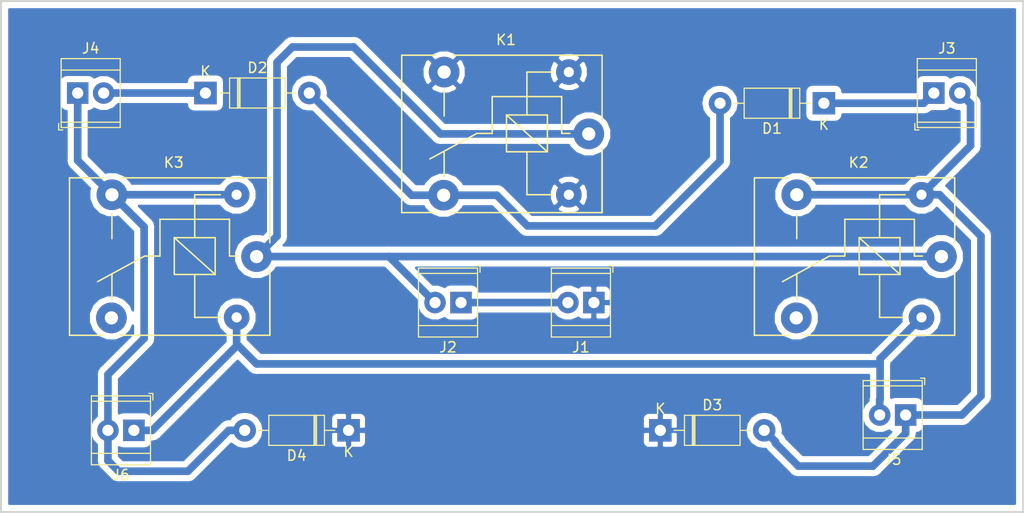
<source format=kicad_pcb>
(kicad_pcb (version 20171130) (host pcbnew 5.0.1+dfsg1-3~bpo9+1)
  (layers (0 F.Cu jumper hide) (31 B.Cu signal) (35 F.Paste user hide) (37 F.SilkS user hide) (39 F.Mask user hide) (44 Edge.Cuts user))
  (net 0 "")
  (net 1 /BUTTON1_1)
  (net 2 "Net-(D1-Pad2)")
  (net 3 /BUTTON2_1)
  (net 4 /BUTTON1_2)
  (net 5 GND)
  (net 6 /BUTTON2_2)
  (net 7 +5V)
  (net 8 /Vcc2)
  (net 9 "Net-(J5-Pad2)")
  (net 10 "Net-(K2-Pad4)")
  (net 11 "Net-(K3-Pad4)")
  (module TerminalBlock_TE-Connectivity:TerminalBlock_TE_282834-2_1x02_P2.54mm_Horizontal (layer F.Cu) (at 78 104 180)
    (fp_text reference J6 (at 1.27 -4.37 180) (layer F.SilkS))
    (fp_text value LIGHT2)
    (fp_line (start -1.86 3.61) (end -1.46 3.61) (layer F.SilkS) (width 0.12))
    (fp_line (start -1.86 2.97) (end -1.86 3.61) (layer F.SilkS) (width 0.12))
    (fp_line (start 4.16 -3.37) (end 4.16 3.37) (layer F.SilkS) (width 0.12))
    (fp_line (start -1.62 -3.37) (end -1.62 3.37) (layer F.SilkS) (width 0.12))
    (fp_line (start -1.62 3.37) (end 4.16 3.37) (layer F.SilkS) (width 0.12))
    (fp_line (start -1.62 -3.37) (end 4.16 -3.37) (layer F.SilkS) (width 0.12))
    (fp_line (start -1.62 -2.25) (end 4.16 -2.25) (layer F.SilkS) (width 0.12))
    (fp_line (start -1.62 2.85) (end 4.16 2.85) (layer F.SilkS) (width 0.12))
    (pad 2 thru_hole circle (at 2.54 0 180) (size 2.1 2.1) (drill 1.1) (layers *.Cu *.Mask) (net 6 /BUTTON2_2))
    (pad 1 thru_hole rect (at 0 0 180) (size 2.1 2.1) (drill 1.1) (layers *.Cu *.Mask) (net 9 "Net-(J5-Pad2)"))
  )
  (module TerminalBlock_TE-Connectivity:TerminalBlock_TE_282834-2_1x02_P2.54mm_Horizontal (layer F.Cu) (at 153.5 102.5 180)
    (fp_text reference J5 (at 1.27 -4.37 180) (layer F.SilkS))
    (fp_text value LIGHT1)
    (fp_line (start -1.86 3.61) (end -1.46 3.61) (layer F.SilkS) (width 0.12))
    (fp_line (start -1.86 2.97) (end -1.86 3.61) (layer F.SilkS) (width 0.12))
    (fp_line (start 4.16 -3.37) (end 4.16 3.37) (layer F.SilkS) (width 0.12))
    (fp_line (start -1.62 -3.37) (end -1.62 3.37) (layer F.SilkS) (width 0.12))
    (fp_line (start -1.62 3.37) (end 4.16 3.37) (layer F.SilkS) (width 0.12))
    (fp_line (start -1.62 -3.37) (end 4.16 -3.37) (layer F.SilkS) (width 0.12))
    (fp_line (start -1.62 -2.25) (end 4.16 -2.25) (layer F.SilkS) (width 0.12))
    (fp_line (start -1.62 2.85) (end 4.16 2.85) (layer F.SilkS) (width 0.12))
    (pad 2 thru_hole circle (at 2.54 0 180) (size 2.1 2.1) (drill 1.1) (layers *.Cu *.Mask) (net 9 "Net-(J5-Pad2)"))
    (pad 1 thru_hole rect (at 0 0 180) (size 2.1 2.1) (drill 1.1) (layers *.Cu *.Mask) (net 4 /BUTTON1_2))
  )
  (module TerminalBlock_TE-Connectivity:TerminalBlock_TE_282834-2_1x02_P2.54mm_Horizontal (layer F.Cu) (at 72.5 71.003)
    (fp_text reference J4 (at 1.27 -4.37) (layer F.SilkS))
    (fp_text value BUTTON2)
    (fp_line (start -1.86 3.61) (end -1.46 3.61) (layer F.SilkS) (width 0.12))
    (fp_line (start -1.86 2.97) (end -1.86 3.61) (layer F.SilkS) (width 0.12))
    (fp_line (start 4.16 -3.37) (end 4.16 3.37) (layer F.SilkS) (width 0.12))
    (fp_line (start -1.62 -3.37) (end -1.62 3.37) (layer F.SilkS) (width 0.12))
    (fp_line (start -1.62 3.37) (end 4.16 3.37) (layer F.SilkS) (width 0.12))
    (fp_line (start -1.62 -3.37) (end 4.16 -3.37) (layer F.SilkS) (width 0.12))
    (fp_line (start -1.62 -2.25) (end 4.16 -2.25) (layer F.SilkS) (width 0.12))
    (fp_line (start -1.62 2.85) (end 4.16 2.85) (layer F.SilkS) (width 0.12))
    (pad 2 thru_hole circle (at 2.54 0) (size 2.1 2.1) (drill 1.1) (layers *.Cu *.Mask) (net 3 /BUTTON2_1))
    (pad 1 thru_hole rect (at 0 0) (size 2.1 2.1) (drill 1.1) (layers *.Cu *.Mask) (net 6 /BUTTON2_2))
  )
  (module TerminalBlock_TE-Connectivity:TerminalBlock_TE_282834-2_1x02_P2.54mm_Horizontal (layer F.Cu) (at 156.2586 71.003)
    (fp_text reference J3 (at 1.27 -4.37) (layer F.SilkS))
    (fp_text value BUTTON1)
    (fp_line (start -1.86 3.61) (end -1.46 3.61) (layer F.SilkS) (width 0.12))
    (fp_line (start -1.86 2.97) (end -1.86 3.61) (layer F.SilkS) (width 0.12))
    (fp_line (start 4.16 -3.37) (end 4.16 3.37) (layer F.SilkS) (width 0.12))
    (fp_line (start -1.62 -3.37) (end -1.62 3.37) (layer F.SilkS) (width 0.12))
    (fp_line (start -1.62 3.37) (end 4.16 3.37) (layer F.SilkS) (width 0.12))
    (fp_line (start -1.62 -3.37) (end 4.16 -3.37) (layer F.SilkS) (width 0.12))
    (fp_line (start -1.62 -2.25) (end 4.16 -2.25) (layer F.SilkS) (width 0.12))
    (fp_line (start -1.62 2.85) (end 4.16 2.85) (layer F.SilkS) (width 0.12))
    (pad 2 thru_hole circle (at 2.54 0) (size 2.1 2.1) (drill 1.1) (layers *.Cu *.Mask) (net 4 /BUTTON1_2))
    (pad 1 thru_hole rect (at 0 0) (size 2.1 2.1) (drill 1.1) (layers *.Cu *.Mask) (net 1 /BUTTON1_1))
  )
  (module TerminalBlock_TE-Connectivity:TerminalBlock_TE_282834-2_1x02_P2.54mm_Horizontal (layer F.Cu) (at 110 91.5 180)
    (fp_text reference J2 (at 1.27 -4.37 180) (layer F.SilkS))
    (fp_text value RST)
    (fp_line (start -1.86 3.61) (end -1.46 3.61) (layer F.SilkS) (width 0.12))
    (fp_line (start -1.86 2.97) (end -1.86 3.61) (layer F.SilkS) (width 0.12))
    (fp_line (start 4.16 -3.37) (end 4.16 3.37) (layer F.SilkS) (width 0.12))
    (fp_line (start -1.62 -3.37) (end -1.62 3.37) (layer F.SilkS) (width 0.12))
    (fp_line (start -1.62 3.37) (end 4.16 3.37) (layer F.SilkS) (width 0.12))
    (fp_line (start -1.62 -3.37) (end 4.16 -3.37) (layer F.SilkS) (width 0.12))
    (fp_line (start -1.62 -2.25) (end 4.16 -2.25) (layer F.SilkS) (width 0.12))
    (fp_line (start -1.62 2.85) (end 4.16 2.85) (layer F.SilkS) (width 0.12))
    (pad 2 thru_hole circle (at 2.54 0 180) (size 2.1 2.1) (drill 1.1) (layers *.Cu *.Mask) (net 8 /Vcc2))
    (pad 1 thru_hole rect (at 0 0 180) (size 2.1 2.1) (drill 1.1) (layers *.Cu *.Mask) (net 7 +5V))
  )
  (module TerminalBlock_TE-Connectivity:TerminalBlock_TE_282834-2_1x02_P2.54mm_Horizontal (layer F.Cu) (at 123 91.5 180)
    (fp_text reference J1 (at 1.27 -4.37 180) (layer F.SilkS))
    (fp_text value VCC)
    (fp_line (start -1.86 3.61) (end -1.46 3.61) (layer F.SilkS) (width 0.12))
    (fp_line (start -1.86 2.97) (end -1.86 3.61) (layer F.SilkS) (width 0.12))
    (fp_line (start 4.16 -3.37) (end 4.16 3.37) (layer F.SilkS) (width 0.12))
    (fp_line (start -1.62 -3.37) (end -1.62 3.37) (layer F.SilkS) (width 0.12))
    (fp_line (start -1.62 3.37) (end 4.16 3.37) (layer F.SilkS) (width 0.12))
    (fp_line (start -1.62 -3.37) (end 4.16 -3.37) (layer F.SilkS) (width 0.12))
    (fp_line (start -1.62 -2.25) (end 4.16 -2.25) (layer F.SilkS) (width 0.12))
    (fp_line (start -1.62 2.85) (end 4.16 2.85) (layer F.SilkS) (width 0.12))
    (pad 2 thru_hole circle (at 2.54 0 180) (size 2.1 2.1) (drill 1.1) (layers *.Cu *.Mask) (net 7 +5V))
    (pad 1 thru_hole rect (at 0 0 180) (size 2.1 2.1) (drill 1.1) (layers *.Cu *.Mask) (net 5 GND))
  )
  (module Diode_THT:D_DO-41_SOD81_P10.16mm_Horizontal (layer F.Cu) (at 145.5 72 180)
    (fp_text reference D1 (at 5.08 -2.47 180) (layer F.SilkS))
    (fp_text value D_PSH_PLY1)
    (fp_text user K (at 0 -2.1 180) (layer F.SilkS))
    (fp_line (start 3.14 -1.47) (end 3.14 1.47) (layer F.SilkS) (width 0.12))
    (fp_line (start 3.38 -1.47) (end 3.38 1.47) (layer F.SilkS) (width 0.12))
    (fp_line (start 3.26 -1.47) (end 3.26 1.47) (layer F.SilkS) (width 0.12))
    (fp_line (start 8.82 0) (end 7.8 0) (layer F.SilkS) (width 0.12))
    (fp_line (start 1.34 0) (end 2.36 0) (layer F.SilkS) (width 0.12))
    (fp_line (start 7.8 -1.47) (end 2.36 -1.47) (layer F.SilkS) (width 0.12))
    (fp_line (start 7.8 1.47) (end 7.8 -1.47) (layer F.SilkS) (width 0.12))
    (fp_line (start 2.36 1.47) (end 7.8 1.47) (layer F.SilkS) (width 0.12))
    (fp_line (start 2.36 -1.47) (end 2.36 1.47) (layer F.SilkS) (width 0.12))
    (pad 2 thru_hole oval (at 10.16 0 180) (size 2.2 2.2) (drill 1.1) (layers *.Cu *.Mask) (net 2 "Net-(D1-Pad2)"))
    (pad 1 thru_hole rect (at 0 0 180) (size 2.2 2.2) (drill 1.1) (layers *.Cu *.Mask) (net 1 /BUTTON1_1))
  )
  (module Diode_THT:D_DO-41_SOD81_P10.16mm_Horizontal (layer F.Cu) (at 85 71)
    (fp_text reference D2 (at 5.08 -2.47) (layer F.SilkS))
    (fp_text value D_PSH_PLY2)
    (fp_text user K (at 0 -2.1) (layer F.SilkS))
    (fp_line (start 3.14 -1.47) (end 3.14 1.47) (layer F.SilkS) (width 0.12))
    (fp_line (start 3.38 -1.47) (end 3.38 1.47) (layer F.SilkS) (width 0.12))
    (fp_line (start 3.26 -1.47) (end 3.26 1.47) (layer F.SilkS) (width 0.12))
    (fp_line (start 8.82 0) (end 7.8 0) (layer F.SilkS) (width 0.12))
    (fp_line (start 1.34 0) (end 2.36 0) (layer F.SilkS) (width 0.12))
    (fp_line (start 7.8 -1.47) (end 2.36 -1.47) (layer F.SilkS) (width 0.12))
    (fp_line (start 7.8 1.47) (end 7.8 -1.47) (layer F.SilkS) (width 0.12))
    (fp_line (start 2.36 1.47) (end 7.8 1.47) (layer F.SilkS) (width 0.12))
    (fp_line (start 2.36 -1.47) (end 2.36 1.47) (layer F.SilkS) (width 0.12))
    (pad 2 thru_hole oval (at 10.16 0) (size 2.2 2.2) (drill 1.1) (layers *.Cu *.Mask) (net 2 "Net-(D1-Pad2)"))
    (pad 1 thru_hole rect (at 0 0) (size 2.2 2.2) (drill 1.1) (layers *.Cu *.Mask) (net 3 /BUTTON2_1))
  )
  (module Diode_THT:D_DO-41_SOD81_P10.16mm_Horizontal (layer F.Cu) (at 129.5 104)
    (fp_text reference D3 (at 5.08 -2.47) (layer F.SilkS))
    (fp_text value D_LED_PLY1)
    (fp_text user K (at 0 -2.1) (layer F.SilkS))
    (fp_line (start 3.14 -1.47) (end 3.14 1.47) (layer F.SilkS) (width 0.12))
    (fp_line (start 3.38 -1.47) (end 3.38 1.47) (layer F.SilkS) (width 0.12))
    (fp_line (start 3.26 -1.47) (end 3.26 1.47) (layer F.SilkS) (width 0.12))
    (fp_line (start 8.82 0) (end 7.8 0) (layer F.SilkS) (width 0.12))
    (fp_line (start 1.34 0) (end 2.36 0) (layer F.SilkS) (width 0.12))
    (fp_line (start 7.8 -1.47) (end 2.36 -1.47) (layer F.SilkS) (width 0.12))
    (fp_line (start 7.8 1.47) (end 7.8 -1.47) (layer F.SilkS) (width 0.12))
    (fp_line (start 2.36 1.47) (end 7.8 1.47) (layer F.SilkS) (width 0.12))
    (fp_line (start 2.36 -1.47) (end 2.36 1.47) (layer F.SilkS) (width 0.12))
    (pad 2 thru_hole oval (at 10.16 0) (size 2.2 2.2) (drill 1.1) (layers *.Cu *.Mask) (net 4 /BUTTON1_2))
    (pad 1 thru_hole rect (at 0 0) (size 2.2 2.2) (drill 1.1) (layers *.Cu *.Mask) (net 5 GND))
  )
  (module Diode_THT:D_DO-41_SOD81_P10.16mm_Horizontal (layer F.Cu) (at 99 104 180)
    (fp_text reference D4 (at 5.08 -2.47 180) (layer F.SilkS))
    (fp_text value D_LED_PLY2)
    (fp_text user K (at 0 -2.1 180) (layer F.SilkS))
    (fp_line (start 3.14 -1.47) (end 3.14 1.47) (layer F.SilkS) (width 0.12))
    (fp_line (start 3.38 -1.47) (end 3.38 1.47) (layer F.SilkS) (width 0.12))
    (fp_line (start 3.26 -1.47) (end 3.26 1.47) (layer F.SilkS) (width 0.12))
    (fp_line (start 8.82 0) (end 7.8 0) (layer F.SilkS) (width 0.12))
    (fp_line (start 1.34 0) (end 2.36 0) (layer F.SilkS) (width 0.12))
    (fp_line (start 7.8 -1.47) (end 2.36 -1.47) (layer F.SilkS) (width 0.12))
    (fp_line (start 7.8 1.47) (end 7.8 -1.47) (layer F.SilkS) (width 0.12))
    (fp_line (start 2.36 1.47) (end 7.8 1.47) (layer F.SilkS) (width 0.12))
    (fp_line (start 2.36 -1.47) (end 2.36 1.47) (layer F.SilkS) (width 0.12))
    (pad 2 thru_hole oval (at 10.16 0 180) (size 2.2 2.2) (drill 1.1) (layers *.Cu *.Mask) (net 6 /BUTTON2_2))
    (pad 1 thru_hole rect (at 0 0 180) (size 2.2 2.2) (drill 1.1) (layers *.Cu *.Mask) (net 5 GND))
  )
  (module edseen_relay:Relay_SUNHOLD_RAS_Series_Form_C (layer F.Cu) (at 122.5 75 180)
    (fp_text reference K1 (at 8.1 9.2 180) (layer F.SilkS))
    (fp_text value MAIN)
    (fp_line (start 8.05 1.85) (end 4.05 1.85) (layer F.SilkS) (width 0.15))
    (fp_line (start 8.05 -1.75) (end 8.05 1.85) (layer F.SilkS) (width 0.15))
    (fp_line (start 4.05 -1.75) (end 8.05 -1.75) (layer F.SilkS) (width 0.15))
    (fp_line (start 4.05 1.85) (end 4.05 -1.75) (layer F.SilkS) (width 0.15))
    (fp_line (start 8.05 1.85) (end 4.05 -1.75) (layer F.SilkS) (width 0.15))
    (fp_line (start 6.05 1.85) (end 6.05 6.05) (layer F.SilkS) (width 0.15))
    (fp_line (start 6.05 -5.95) (end 6.05 -1.75) (layer F.SilkS) (width 0.15))
    (fp_line (start 2.65 0.05) (end 2.65 3.65) (layer F.SilkS) (width 0.15))
    (fp_line (start 9.45 0.05) (end 9.45 3.65) (layer F.SilkS) (width 0.15))
    (fp_line (start 9.45 3.65) (end 2.65 3.65) (layer F.SilkS) (width 0.15))
    (fp_line (start 10.95 0.05) (end 15.55 -2.45) (layer F.SilkS) (width 0.15))
    (fp_line (start 9.45 0.05) (end 10.95 0.05) (layer F.SilkS) (width 0.15))
    (fp_line (start 6.05 -5.95) (end 3.55 -5.95) (layer F.SilkS) (width 0.15))
    (fp_line (start 2.65 0.05) (end 1.85 0.05) (layer F.SilkS) (width 0.15))
    (fp_line (start 3.55 6.05) (end 6.05 6.05) (layer F.SilkS) (width 0.15))
    (fp_line (start 14.15 -4.2) (end 14.15 -1.7) (layer F.SilkS) (width 0.15))
    (fp_line (start 14.15 4.2) (end 14.15 1.75) (layer F.SilkS) (width 0.15))
    (fp_line (start -1.3 -7.65) (end -1.3 -1.4) (layer F.SilkS) (width 0.15))
    (fp_line (start -1.3 -7.7) (end 13.45 -7.7) (layer F.SilkS) (width 0.15))
    (fp_line (start -1.3 -1.4) (end -1.3 -7.7) (layer F.SilkS) (width 0.15))
    (fp_line (start -1.3 7.7) (end 13.25 7.7) (layer F.SilkS) (width 0.15))
    (fp_line (start -1.3 1.35) (end -1.3 7.7) (layer F.SilkS) (width 0.15))
    (fp_line (start 18.3 -7.7) (end 14.95 -7.7) (layer F.SilkS) (width 0.15))
    (fp_line (start 18.3 7.7) (end 18.3 -7.7) (layer F.SilkS) (width 0.15))
    (fp_line (start 15 7.7) (end 18.3 7.7) (layer F.SilkS) (width 0.15))
    (pad 3 thru_hole circle (at 0 0 270) (size 3 3) (drill 1.3) (layers *.Cu *.Mask) (net 8 /Vcc2))
    (pad 2 thru_hole circle (at 1.95 -5.95 270) (size 2.5 2.5) (drill 1) (layers *.Cu *.Mask) (net 5 GND))
    (pad 4 thru_hole circle (at 14.2 -6 270) (size 3 3) (drill 1.3) (layers *.Cu *.Mask) (net 2 "Net-(D1-Pad2)"))
    (pad 5 thru_hole circle (at 14.15 6.05 270) (size 3 3) (drill 1.3) (layers *.Cu *.Mask) (net 5 GND))
    (pad 1 thru_hole circle (at 1.95 6.05 270) (size 2.5 2.5) (drill 1) (layers *.Cu *.Mask) (net 5 GND))
  )
  (module edseen_relay:Relay_SUNHOLD_RAS_Series_Form_C (layer F.Cu) (at 157 87 180)
    (fp_text reference K2 (at 8.1 9.2 180) (layer F.SilkS))
    (fp_text value PLY1)
    (fp_line (start 8.05 1.85) (end 4.05 1.85) (layer F.SilkS) (width 0.15))
    (fp_line (start 8.05 -1.75) (end 8.05 1.85) (layer F.SilkS) (width 0.15))
    (fp_line (start 4.05 -1.75) (end 8.05 -1.75) (layer F.SilkS) (width 0.15))
    (fp_line (start 4.05 1.85) (end 4.05 -1.75) (layer F.SilkS) (width 0.15))
    (fp_line (start 8.05 1.85) (end 4.05 -1.75) (layer F.SilkS) (width 0.15))
    (fp_line (start 6.05 1.85) (end 6.05 6.05) (layer F.SilkS) (width 0.15))
    (fp_line (start 6.05 -5.95) (end 6.05 -1.75) (layer F.SilkS) (width 0.15))
    (fp_line (start 2.65 0.05) (end 2.65 3.65) (layer F.SilkS) (width 0.15))
    (fp_line (start 9.45 0.05) (end 9.45 3.65) (layer F.SilkS) (width 0.15))
    (fp_line (start 9.45 3.65) (end 2.65 3.65) (layer F.SilkS) (width 0.15))
    (fp_line (start 10.95 0.05) (end 15.55 -2.45) (layer F.SilkS) (width 0.15))
    (fp_line (start 9.45 0.05) (end 10.95 0.05) (layer F.SilkS) (width 0.15))
    (fp_line (start 6.05 -5.95) (end 3.55 -5.95) (layer F.SilkS) (width 0.15))
    (fp_line (start 2.65 0.05) (end 1.85 0.05) (layer F.SilkS) (width 0.15))
    (fp_line (start 3.55 6.05) (end 6.05 6.05) (layer F.SilkS) (width 0.15))
    (fp_line (start 14.15 -4.2) (end 14.15 -1.7) (layer F.SilkS) (width 0.15))
    (fp_line (start 14.15 4.2) (end 14.15 1.75) (layer F.SilkS) (width 0.15))
    (fp_line (start -1.3 -7.65) (end -1.3 -1.4) (layer F.SilkS) (width 0.15))
    (fp_line (start -1.3 -7.7) (end 13.45 -7.7) (layer F.SilkS) (width 0.15))
    (fp_line (start -1.3 -1.4) (end -1.3 -7.7) (layer F.SilkS) (width 0.15))
    (fp_line (start -1.3 7.7) (end 13.25 7.7) (layer F.SilkS) (width 0.15))
    (fp_line (start -1.3 1.35) (end -1.3 7.7) (layer F.SilkS) (width 0.15))
    (fp_line (start 18.3 -7.7) (end 14.95 -7.7) (layer F.SilkS) (width 0.15))
    (fp_line (start 18.3 7.7) (end 18.3 -7.7) (layer F.SilkS) (width 0.15))
    (fp_line (start 15 7.7) (end 18.3 7.7) (layer F.SilkS) (width 0.15))
    (pad 3 thru_hole circle (at 0 0 270) (size 3 3) (drill 1.3) (layers *.Cu *.Mask) (net 8 /Vcc2))
    (pad 2 thru_hole circle (at 1.95 -5.95 270) (size 2.5 2.5) (drill 1) (layers *.Cu *.Mask) (net 9 "Net-(J5-Pad2)"))
    (pad 4 thru_hole circle (at 14.2 -6 270) (size 3 3) (drill 1.3) (layers *.Cu *.Mask) (net 10 "Net-(K2-Pad4)"))
    (pad 5 thru_hole circle (at 14.15 6.05 270) (size 3 3) (drill 1.3) (layers *.Cu *.Mask) (net 4 /BUTTON1_2))
    (pad 1 thru_hole circle (at 1.95 6.05 270) (size 2.5 2.5) (drill 1) (layers *.Cu *.Mask) (net 4 /BUTTON1_2))
  )
  (module edseen_relay:Relay_SUNHOLD_RAS_Series_Form_C (layer F.Cu) (at 90 87 180)
    (fp_text reference K3 (at 8.1 9.2 180) (layer F.SilkS))
    (fp_text value PLY2)
    (fp_line (start 8.05 1.85) (end 4.05 1.85) (layer F.SilkS) (width 0.15))
    (fp_line (start 8.05 -1.75) (end 8.05 1.85) (layer F.SilkS) (width 0.15))
    (fp_line (start 4.05 -1.75) (end 8.05 -1.75) (layer F.SilkS) (width 0.15))
    (fp_line (start 4.05 1.85) (end 4.05 -1.75) (layer F.SilkS) (width 0.15))
    (fp_line (start 8.05 1.85) (end 4.05 -1.75) (layer F.SilkS) (width 0.15))
    (fp_line (start 6.05 1.85) (end 6.05 6.05) (layer F.SilkS) (width 0.15))
    (fp_line (start 6.05 -5.95) (end 6.05 -1.75) (layer F.SilkS) (width 0.15))
    (fp_line (start 2.65 0.05) (end 2.65 3.65) (layer F.SilkS) (width 0.15))
    (fp_line (start 9.45 0.05) (end 9.45 3.65) (layer F.SilkS) (width 0.15))
    (fp_line (start 9.45 3.65) (end 2.65 3.65) (layer F.SilkS) (width 0.15))
    (fp_line (start 10.95 0.05) (end 15.55 -2.45) (layer F.SilkS) (width 0.15))
    (fp_line (start 9.45 0.05) (end 10.95 0.05) (layer F.SilkS) (width 0.15))
    (fp_line (start 6.05 -5.95) (end 3.55 -5.95) (layer F.SilkS) (width 0.15))
    (fp_line (start 2.65 0.05) (end 1.85 0.05) (layer F.SilkS) (width 0.15))
    (fp_line (start 3.55 6.05) (end 6.05 6.05) (layer F.SilkS) (width 0.15))
    (fp_line (start 14.15 -4.2) (end 14.15 -1.7) (layer F.SilkS) (width 0.15))
    (fp_line (start 14.15 4.2) (end 14.15 1.75) (layer F.SilkS) (width 0.15))
    (fp_line (start -1.3 -7.65) (end -1.3 -1.4) (layer F.SilkS) (width 0.15))
    (fp_line (start -1.3 -7.7) (end 13.45 -7.7) (layer F.SilkS) (width 0.15))
    (fp_line (start -1.3 -1.4) (end -1.3 -7.7) (layer F.SilkS) (width 0.15))
    (fp_line (start -1.3 7.7) (end 13.25 7.7) (layer F.SilkS) (width 0.15))
    (fp_line (start -1.3 1.35) (end -1.3 7.7) (layer F.SilkS) (width 0.15))
    (fp_line (start 18.3 -7.7) (end 14.95 -7.7) (layer F.SilkS) (width 0.15))
    (fp_line (start 18.3 7.7) (end 18.3 -7.7) (layer F.SilkS) (width 0.15))
    (fp_line (start 15 7.7) (end 18.3 7.7) (layer F.SilkS) (width 0.15))
    (pad 3 thru_hole circle (at 0 0 270) (size 3 3) (drill 1.3) (layers *.Cu *.Mask) (net 8 /Vcc2))
    (pad 2 thru_hole circle (at 1.95 -5.95 270) (size 2.5 2.5) (drill 1) (layers *.Cu *.Mask) (net 9 "Net-(J5-Pad2)"))
    (pad 4 thru_hole circle (at 14.2 -6 270) (size 3 3) (drill 1.3) (layers *.Cu *.Mask) (net 11 "Net-(K3-Pad4)"))
    (pad 5 thru_hole circle (at 14.15 6.05 270) (size 3 3) (drill 1.3) (layers *.Cu *.Mask) (net 6 /BUTTON2_2))
    (pad 1 thru_hole circle (at 1.95 6.05 270) (size 2.5 2.5) (drill 1) (layers *.Cu *.Mask) (net 6 /BUTTON2_2))
  )
  (dimension 50 (width 0.3) (layer F.SilkS) (gr_text "50.000 mm" (at 172.1 87 270) (layer F.SilkS) (effects (font (size 1.5 1.5) (thickness 0.3)))) (feature1 (pts (xy 167 112) (xy 170.586421 112))) (feature2 (pts (xy 167 62) (xy 170.586421 62))) (crossbar (pts (xy 170 62) (xy 170 112))) (arrow1a (pts (xy 170 112) (xy 169.413579 110.873496))) (arrow1b (pts (xy 170 112) (xy 170.586421 110.873496))) (arrow2a (pts (xy 170 62) (xy 169.413579 63.126504))) (arrow2b (pts (xy 170 62) (xy 170.586421 63.126504))))
  (dimension 100 (width 0.3) (layer F.SilkS) (gr_text "100.000 mm" (at 115 56.016011) (layer F.SilkS) (effects (font (size 1.5 1.5) (thickness 0.3)))) (feature1 (pts (xy 165 60) (xy 165 57.52959))) (feature2 (pts (xy 65 60) (xy 65 57.52959))) (crossbar (pts (xy 65 58.116011) (xy 165 58.116011))) (arrow1a (pts (xy 165 58.116011) (xy 163.873496 58.702432))) (arrow1b (pts (xy 165 58.116011) (xy 163.873496 57.52959))) (arrow2a (pts (xy 65 58.116011) (xy 66.126504 58.702432))) (arrow2b (pts (xy 65 58.116011) (xy 66.126504 57.52959))))
  (gr_line (start 65 112) (end 65 62) (layer Edge.Cuts) (width 0.2))
  (gr_line (start 165 112) (end 65 112) (layer Edge.Cuts) (width 0.2))
  (gr_line (start 165 62) (end 165 112) (layer Edge.Cuts) (width 0.2))
  (gr_line (start 65 62) (end 165 62) (layer Edge.Cuts) (width 0.2))
  (segment (start 155.2616 72) (end 156.2586 71.003) (width 0.75) (layer B.Cu) (net 1))
  (segment (start 145.5 72) (end 155.2616 72) (width 0.75) (layer B.Cu) (net 1))
  (segment (start 105.16 81) (end 108.3 81) (width 0.75) (layer B.Cu) (net 2))
  (segment (start 95.16 71) (end 105.16 81) (width 0.75) (layer B.Cu) (net 2))
  (segment (start 108.3 81) (end 113.5 81) (width 0.75) (layer B.Cu) (net 2))
  (segment (start 113.5 81) (end 116.5 84) (width 0.75) (layer B.Cu) (net 2))
  (segment (start 116.5 84) (end 129 84) (width 0.75) (layer B.Cu) (net 2))
  (segment (start 135.34 77.66) (end 135.34 72) (width 0.75) (layer B.Cu) (net 2))
  (segment (start 129 84) (end 135.34 77.66) (width 0.75) (layer B.Cu) (net 2))
  (segment (start 84.997 71.003) (end 85 71) (width 0.75) (layer B.Cu) (net 3))
  (segment (start 75.04 71.003) (end 84.997 71.003) (width 0.75) (layer B.Cu) (net 3))
  (segment (start 156.299999 79.700001) (end 155.05 80.95) (width 0.75) (layer B.Cu) (net 4))
  (segment (start 159.848599 72.052999) (end 159.848599 76.151401) (width 0.75) (layer B.Cu) (net 4))
  (segment (start 159.848599 76.151401) (end 156.299999 79.700001) (width 0.75) (layer B.Cu) (net 4))
  (segment (start 158.7986 71.003) (end 159.848599 72.052999) (width 0.75) (layer B.Cu) (net 4))
  (segment (start 144.97132 80.95) (end 155.05 80.95) (width 0.75) (layer B.Cu) (net 4))
  (segment (start 142.85 80.95) (end 144.97132 80.95) (width 0.75) (layer B.Cu) (net 4))
  (segment (start 156.817766 80.95) (end 160.867766 85) (width 0.75) (layer B.Cu) (net 4))
  (segment (start 155.05 80.95) (end 156.817766 80.95) (width 0.75) (layer B.Cu) (net 4))
  (segment (start 160.867766 85) (end 160.867766 100.632234) (width 0.75) (layer B.Cu) (net 4))
  (segment (start 159 102.5) (end 153.5 102.5) (width 0.75) (layer B.Cu) (net 4))
  (segment (start 160.867766 100.632234) (end 159 102.5) (width 0.75) (layer B.Cu) (net 4))
  (segment (start 140.759999 105.099999) (end 140.759999 105.259999) (width 0.75) (layer B.Cu) (net 4))
  (segment (start 139.66 104) (end 140.759999 105.099999) (width 0.75) (layer B.Cu) (net 4))
  (segment (start 140.759999 105.259999) (end 143 107.5) (width 0.75) (layer B.Cu) (net 4))
  (segment (start 153.5 104.3) (end 153.5 102.5) (width 0.75) (layer B.Cu) (net 4))
  (segment (start 150.3 107.5) (end 153.5 104.3) (width 0.75) (layer B.Cu) (net 4))
  (segment (start 143 107.5) (end 150.3 107.5) (width 0.75) (layer B.Cu) (net 4))
  (segment (start 72.5 77.6) (end 75.85 80.95) (width 0.75) (layer B.Cu) (net 6))
  (segment (start 72.5 71.003) (end 72.5 77.6) (width 0.75) (layer B.Cu) (net 6))
  (segment (start 77.97132 80.95) (end 88.05 80.95) (width 0.75) (layer B.Cu) (net 6))
  (segment (start 75.85 80.95) (end 77.97132 80.95) (width 0.75) (layer B.Cu) (net 6))
  (segment (start 75.46 98.54) (end 75.46 104) (width 0.75) (layer B.Cu) (net 6))
  (segment (start 79 95) (end 75.46 98.54) (width 0.75) (layer B.Cu) (net 6))
  (segment (start 79 84.1) (end 79 95) (width 0.75) (layer B.Cu) (net 6))
  (segment (start 75.85 80.95) (end 79 84.1) (width 0.75) (layer B.Cu) (net 6))
  (segment (start 87.284366 104) (end 83.284366 108) (width 0.75) (layer B.Cu) (net 6))
  (segment (start 88.84 104) (end 87.284366 104) (width 0.75) (layer B.Cu) (net 6))
  (segment (start 83.284366 108) (end 76.5 108) (width 0.75) (layer B.Cu) (net 6))
  (segment (start 75.46 106.96) (end 75.46 104) (width 0.75) (layer B.Cu) (net 6))
  (segment (start 76.5 108) (end 75.46 106.96) (width 0.75) (layer B.Cu) (net 6))
  (segment (start 118.975076 91.5) (end 110 91.5) (width 0.75) (layer B.Cu) (net 7))
  (segment (start 120.46 91.5) (end 118.975076 91.5) (width 0.75) (layer B.Cu) (net 7))
  (segment (start 102.96 87) (end 90 87) (width 0.75) (layer B.Cu) (net 8))
  (segment (start 107.46 91.5) (end 102.96 87) (width 0.75) (layer B.Cu) (net 8))
  (segment (start 99.5 66.5) (end 108 75) (width 0.75) (layer B.Cu) (net 8))
  (segment (start 90 87) (end 92 85) (width 0.75) (layer B.Cu) (net 8))
  (segment (start 92 68) (end 93.5 66.5) (width 0.75) (layer B.Cu) (net 8))
  (segment (start 92 85) (end 92 68) (width 0.75) (layer B.Cu) (net 8))
  (segment (start 108 75) (end 122.5 75) (width 0.75) (layer B.Cu) (net 8))
  (segment (start 93.5 66.5) (end 99.5 66.5) (width 0.75) (layer B.Cu) (net 8))
  (segment (start 102.96 87) (end 157 87) (width 0.75) (layer B.Cu) (net 8))
  (segment (start 88.05 94.717766) (end 88.05 92.95) (width 0.75) (layer B.Cu) (net 9))
  (segment (start 79.8 104) (end 88.05 95.75) (width 0.75) (layer B.Cu) (net 9))
  (segment (start 88.05 95.75) (end 88.05 94.717766) (width 0.75) (layer B.Cu) (net 9))
  (segment (start 78 104) (end 79.8 104) (width 0.75) (layer B.Cu) (net 9))
  (segment (start 150.96 101.015076) (end 151 100.975076) (width 0.75) (layer B.Cu) (net 9))
  (segment (start 150.96 102.5) (end 150.96 101.015076) (width 0.75) (layer B.Cu) (net 9))
  (segment (start 151 97) (end 155.05 92.95) (width 0.75) (layer B.Cu) (net 9))
  (segment (start 151 97.5) (end 90 97.5) (width 0.75) (layer B.Cu) (net 9))
  (segment (start 151 100.975076) (end 151 97.5) (width 0.75) (layer B.Cu) (net 9))
  (segment (start 151 97.5) (end 151 97) (width 0.75) (layer B.Cu) (net 9))
  (segment (start 88.25 95.75) (end 88.05 95.75) (width 0.75) (layer B.Cu) (net 9))
  (segment (start 90 97.5) (end 88.25 95.75) (width 0.75) (layer B.Cu) (net 9))
  (zone (net 5) (net_name GND) (layer B.Cu) (connect_pads thru_hole_only (clearance 0.6)) (min_thickness 0.254) (fill yes (arc_segments 16) (thermal_gap 0.508) (thermal_bridge_width 0.508))
    (polygon (pts (xy 65 63) (xy 66 62) (xy 164 62) (xy 165 63) (xy 165 111) (xy 164 112) (xy 66 112) (xy 65 111)))
  )
)
</source>
